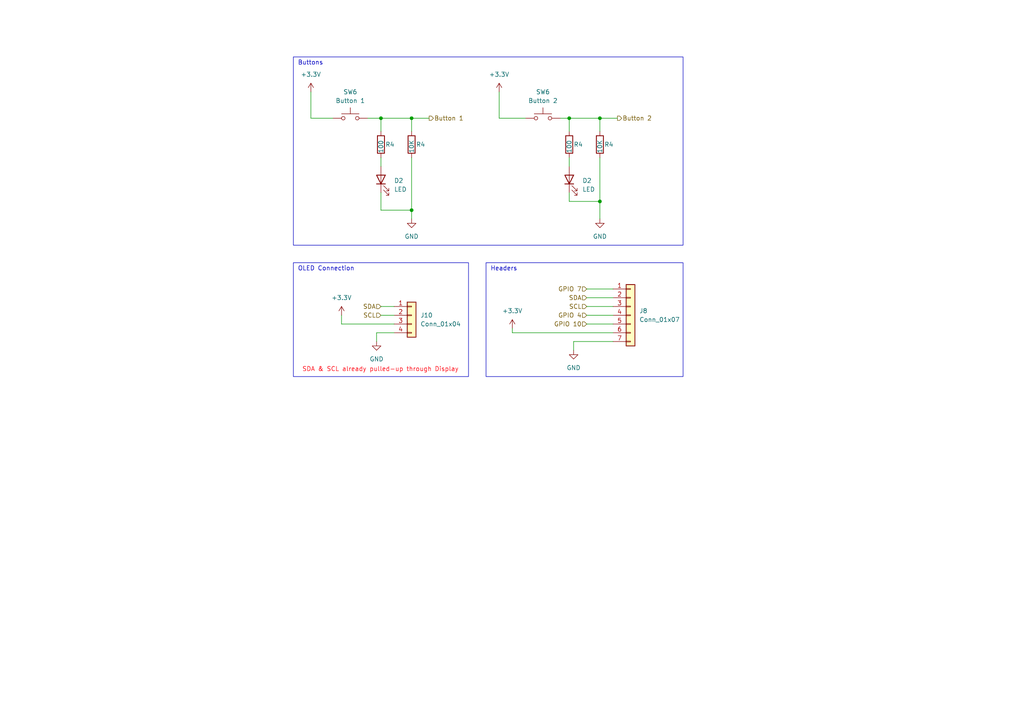
<source format=kicad_sch>
(kicad_sch (version 20230121) (generator eeschema)
  (paper "A4")
  (lib_symbols
    (symbol "Connector_Generic:Conn_01x04" (pin_names (offset 1.016) hide)
      (property "Reference" "J" (at 0 5.08 0))
      (property "Value" "Conn_01x04" (at 0 -7.62 0))
      (symbol "Conn_01x04_1_1"
        (rectangle (start -1.27 -4.953) (end 0 -5.207) (stroke (width 0.1524)))
        (rectangle (start -1.27 -2.413) (end 0 -2.667) (stroke (width 0.1524)))
        (rectangle (start -1.27 0.127) (end 0 -0.127) (stroke (width 0.1524)))
        (rectangle (start -1.27 2.667) (end 0 2.413) (stroke (width 0.1524)))
        (rectangle (start -1.27 3.81) (end 1.27 -6.35) (stroke (width 0.254)) (fill (type background)))
        (pin passive line (at -5.08 2.54 0) (length 3.81) (name "Pin_1") (number "1"))
        (pin passive line (at -5.08 0 0) (length 3.81) (name "Pin_2") (number "2"))
        (pin passive line (at -5.08 -2.54 0) (length 3.81) (name "Pin_3") (number "3"))
        (pin passive line (at -5.08 -5.08 0) (length 3.81) (name "Pin_4") (number "4"))
      )
    )
    (symbol "Connector_Generic:Conn_01x07" (pin_names (offset 1.016) hide)
      (property "Reference" "J" (at 0 10.16 0))
      (property "Value" "Conn_01x07" (at 0 -10.16 0))
      (symbol "Conn_01x07_1_1"
        (rectangle (start -1.27 -7.493) (end 0 -7.747) (stroke (width 0.1524)))
        (rectangle (start -1.27 -4.953) (end 0 -5.207) (stroke (width 0.1524)))
        (rectangle (start -1.27 -2.413) (end 0 -2.667) (stroke (width 0.1524)))
        (rectangle (start -1.27 0.127) (end 0 -0.127) (stroke (width 0.1524)))
        (rectangle (start -1.27 2.667) (end 0 2.413) (stroke (width 0.1524)))
        (rectangle (start -1.27 5.207) (end 0 4.953) (stroke (width 0.1524)))
        (rectangle (start -1.27 7.747) (end 0 7.493) (stroke (width 0.1524)))
        (rectangle (start -1.27 8.89) (end 1.27 -8.89) (stroke (width 0.254)) (fill (type background)))
        (pin passive line (at -5.08 7.62 0) (length 3.81) (name "Pin_1") (number "1"))
        (pin passive line (at -5.08 5.08 0) (length 3.81) (name "Pin_2") (number "2"))
        (pin passive line (at -5.08 2.54 0) (length 3.81) (name "Pin_3") (number "3"))
        (pin passive line (at -5.08 0 0) (length 3.81) (name "Pin_4") (number "4"))
        (pin passive line (at -5.08 -2.54 0) (length 3.81) (name "Pin_5") (number "5"))
        (pin passive line (at -5.08 -5.08 0) (length 3.81) (name "Pin_6") (number "6"))
        (pin passive line (at -5.08 -7.62 0) (length 3.81) (name "Pin_7") (number "7"))
      )
    )
    (symbol "Device:LED" (pin_numbers hide) (pin_names (offset 1.016) hide)
      (property "Reference" "D" (at 0 2.54 0))
      (property "Value" "LED" (at 0 -2.54 0))
      (symbol "LED_0_1"
        (polyline (pts (xy -1.27 -1.27) (xy -1.27 1.27)) (stroke (width 0.254)))
        (polyline (pts (xy -1.27 0) (xy 1.27 0)))
        (polyline (pts (xy 1.27 -1.27) (xy 1.27 1.27) (xy -1.27 0) (xy 1.27 -1.27)) (stroke (width 0.254)))
        (polyline (pts (xy -3.048 -0.762) (xy -4.572 -2.286) (xy -3.81 -2.286) (xy -4.572 -2.286) (xy -4.572 -1.524)))
        (polyline (pts (xy -1.778 -0.762) (xy -3.302 -2.286) (xy -2.54 -2.286) (xy -3.302 -2.286) (xy -3.302 -1.524)))
      )
      (symbol "LED_1_1"
        (pin passive line (at -3.81 0 0) (length 2.54) (name "K") (number "1"))
        (pin passive line (at 3.81 0 180) (length 2.54) (name "A") (number "2"))
      )
    )
    (symbol "Device:R" (pin_numbers hide) (pin_names (offset 0))
      (property "Reference" "R" (at 2.032 0 90))
      (property "Value" "R" (at 0 0 90))
      (symbol "R_0_1"
        (rectangle (start -1.016 -2.54) (end 1.016 2.54) (stroke (width 0.254)))
      )
      (symbol "R_1_1"
        (pin passive line (at 0 3.81 270) (length 1.27) (name "~") (number "1"))
        (pin passive line (at 0 -3.81 90) (length 1.27) (name "~") (number "2"))
      )
    )
    (symbol "SW_Push_1" (pin_numbers hide) (pin_names (offset 1.016) hide)
      (property "Reference" "SW6" (at 0 7.62 0))
      (property "Value" "A" (at 0 5.08 0))
      (symbol "SW_Push_1_0_1"
        (circle (center -2.032 0) (radius 0.508))
        (polyline (pts (xy 0 1.27) (xy 0 3.048)))
        (polyline (pts (xy 2.54 1.27) (xy -2.54 1.27)))
        (circle (center 2.032 0) (radius 0.508))
        (pin passive line (at -5.08 0 0) (length 2.54) (name "1") (number "1"))
        (pin passive line (at 5.08 0 180) (length 2.54) (name "2") (number "2"))
      )
    )
    (symbol "power:+3.3V" (power) (pin_names (offset 0))
      (property "Value" "+3.3V" (at 0 3.556 0))
      (symbol "+3.3V_0_1"
        (polyline (pts (xy -0.762 1.27) (xy 0 2.54)))
        (polyline (pts (xy 0 0) (xy 0 2.54)))
        (polyline (pts (xy 0 2.54) (xy 0.762 1.27)))
      )
      (symbol "+3.3V_1_1"
        (pin power_in line (at 0 0 90) (length 0) hide (name "+3.3V") (number "1"))
      )
    )
    (symbol "power:GND" (power) (pin_names (offset 0))
      (property "Value" "GND" (at 0 -3.81 0))
      (symbol "GND_0_1"
        (polyline (pts (xy 0 0) (xy 0 -1.27) (xy 1.27 -1.27) (xy 0 -2.54) (xy -1.27 -1.27) (xy 0 -1.27)))
      )
      (symbol "GND_1_1"
        (pin power_in line (at 0 0 270) (length 0) hide (name "GND") (number "1"))
      )
    )
  )
  (junction (at 165.1 34.29))
  (junction (at 119.38 60.96))
  (junction (at 173.99 58.42))
  (junction (at 119.38 34.29))
  (junction (at 173.99 34.29))
  (junction (at 110.49 34.29))
  (wire (pts (xy 90.17 26.67) (xy 90.17 34.29)))
  (wire (pts (xy 165.1 34.29) (xy 173.99 34.29)))
  (wire (pts (xy 110.49 60.96) (xy 119.38 60.96)))
  (wire (pts (xy 162.56 34.29) (xy 165.1 34.29)))
  (wire (pts (xy 173.99 58.42) (xy 173.99 63.5)))
  (wire (pts (xy 170.18 91.44) (xy 177.8 91.44)))
  (wire (pts (xy 119.38 45.72) (xy 119.38 60.96)))
  (wire (pts (xy 106.68 34.29) (xy 110.49 34.29)))
  (wire (pts (xy 99.06 91.44) (xy 99.06 93.98)))
  (wire (pts (xy 114.3 96.52) (xy 109.22 96.52)))
  (wire (pts (xy 165.1 45.72) (xy 165.1 48.26)))
  (wire (pts (xy 119.38 60.96) (xy 119.38 63.5)))
  (wire (pts (xy 144.78 26.67) (xy 144.78 34.29)))
  (wire (pts (xy 170.18 83.82) (xy 177.8 83.82)))
  (wire (pts (xy 170.18 86.36) (xy 177.8 86.36)))
  (wire (pts (xy 148.59 96.52) (xy 148.59 95.25)))
  (wire (pts (xy 173.99 34.29) (xy 173.99 38.1)))
  (wire (pts (xy 110.49 34.29) (xy 110.49 38.1)))
  (wire (pts (xy 109.22 96.52) (xy 109.22 99.06)))
  (wire (pts (xy 90.17 34.29) (xy 96.52 34.29)))
  (wire (pts (xy 99.06 93.98) (xy 114.3 93.98)))
  (wire (pts (xy 166.37 101.6) (xy 166.37 99.06)))
  (wire (pts (xy 170.18 93.98) (xy 177.8 93.98)))
  (wire (pts (xy 173.99 34.29) (xy 179.07 34.29)))
  (wire (pts (xy 119.38 34.29) (xy 119.38 38.1)))
  (wire (pts (xy 165.1 58.42) (xy 173.99 58.42)))
  (wire (pts (xy 110.49 34.29) (xy 119.38 34.29)))
  (wire (pts (xy 110.49 88.9) (xy 114.3 88.9)))
  (wire (pts (xy 173.99 45.72) (xy 173.99 58.42)))
  (wire (pts (xy 110.49 55.88) (xy 110.49 60.96)))
  (wire (pts (xy 110.49 91.44) (xy 114.3 91.44)))
  (wire (pts (xy 165.1 55.88) (xy 165.1 58.42)))
  (wire (pts (xy 119.38 34.29) (xy 124.46 34.29)))
  (wire (pts (xy 166.37 99.06) (xy 177.8 99.06)))
  (wire (pts (xy 144.78 34.29) (xy 152.4 34.29)))
  (wire (pts (xy 110.49 45.72) (xy 110.49 48.26)))
  (wire (pts (xy 177.8 96.52) (xy 148.59 96.52)))
  (wire (pts (xy 165.1 34.29) (xy 165.1 38.1)))
  (wire (pts (xy 170.18 88.9) (xy 177.8 88.9)))
  (rectangle (start 140.97 76.2) (end 198.12 109.22))
  (rectangle (start 85.09 76.2) (end 135.89 109.22))
  (rectangle (start 85.09 16.51) (end 198.12 71.12))
  (text "Buttons" (at 86.36 19.05 0) (effects (font (size 1.27 1.27)) (justify left bottom)))
  (text "SDA & SCL already pulled-up through Display" (at 87.63 107.95 0) (effects (font (size 1.27 1.27)) (justify left bottom)))
  (text "Headers" (at 142.24 78.74 0) (effects (font (size 1.27 1.27)) (justify left bottom)))
  (text "OLED Connection" (at 86.36 78.74 0) (effects (font (size 1.27 1.27)) (justify left bottom)))
  (hierarchical_label "SDA" (shape input) (at 110.49 88.9 180))
  (hierarchical_label "Button 1" (shape output) (at 124.46 34.29 0))
  (hierarchical_label "GPIO 10" (shape input) (at 170.18 93.98 180))
  (hierarchical_label "SCL" (shape input) (at 170.18 88.9 180))
  (hierarchical_label "Button 2" (shape output) (at 179.07 34.29 0))
  (hierarchical_label "GPIO 7" (shape input) (at 170.18 83.82 180))
  (hierarchical_label "SDA" (shape input) (at 170.18 86.36 180))
  (hierarchical_label "GPIO 4" (shape input) (at 170.18 91.44 180))
  (hierarchical_label "SCL" (shape input) (at 110.49 91.44 180))
  (symbol (lib_id "Connector_Generic:Conn_01x04") (at 119.38 91.44 0) (unit 1)
    (property "Reference" "J10" (at 121.92 91.44 0) (effects (justify left)))
    (property "Value" "Conn_01x04" (at 121.92 93.98 0) (effects (justify left)))
    (property "Footprint" "Connector_PinHeader_2.54mm:PinHeader_1x04_P2.54mm_Vertical" (effects hide))
  )
  (symbol (lib_id "power:+3.3V") (at 90.17 26.67 0) (unit 1)
    (property "Reference" "#PWR021" (effects hide))
    (property "Value" "+3.3V" (at 90.17 21.59 0))
  )
  (symbol (lib_id "Device:R") (at 110.49 41.91 0) (unit 1)
    (property "Reference" "R4" (at 111.76 41.91 0) (effects (justify left)))
    (property "Value" "100" (at 110.49 44.45 90) (effects (justify left)))
    (property "Footprint" "Resistor_SMD:R_0402_1005Metric" (effects hide))
    (property "LCSC" "C25076" (effects hide))
    (instances (project "Business Card PCB Hot Plate" (path "" (reference "R4") (unit 1)) (path "" (reference "R9") (unit 1)) (path "" (reference "R15") (unit 1))))
  )
  (symbol (lib_id "power:GND") (at 166.37 101.6 0) (unit 1)
    (property "Reference" "#PWR045" (effects hide))
    (property "Value" "GND" (at 166.37 106.68 0))
  )
  (symbol (lib_id "Device:LED") (at 165.1 52.07 90) (unit 1)
    (property "Reference" "D2" (at 168.91 52.3875 90) (effects (justify right)))
    (property "Value" "LED" (at 168.91 54.9275 90) (effects (justify right)))
    (property "Footprint" "LED_SMD:LED_0805_2012Metric" (effects hide))
    (property "LCSC" "C2985984" (effects hide))
    (instances (project "Business Card PCB Hot Plate" (path "" (reference "D2") (unit 1)) (path "" (reference "D4") (unit 1))))
  )
  (symbol (lib_id "power:GND") (at 119.38 63.5 0) (unit 1)
    (property "Reference" "#PWR039" (effects hide))
    (property "Value" "GND" (at 119.38 68.58 0))
  )
  (symbol (lib_id "power:GND") (at 173.99 63.5 0) (unit 1)
    (property "Reference" "#PWR038" (effects hide))
    (property "Value" "GND" (at 173.99 68.58 0))
  )
  (symbol (lib_id "Device:LED") (at 110.49 52.07 90) (unit 1)
    (property "Reference" "D2" (at 114.3 52.3875 90) (effects (justify right)))
    (property "Value" "LED" (at 114.3 54.9275 90) (effects (justify right)))
    (property "Footprint" "LED_SMD:LED_0805_2012Metric" (effects hide))
    (property "LCSC" "C2985984" (effects hide))
    (instances (project "Business Card PCB Hot Plate" (path "" (reference "D2") (unit 1)) (path "" (reference "D5") (unit 1))))
  )
  (symbol (lib_id "Connector_Generic:Conn_01x07") (at 182.88 91.44 0) (unit 1)
    (property "Reference" "J8" (at 185.42 90.17 0) (effects (justify left)))
    (property "Value" "Conn_01x07" (at 185.42 92.71 0) (effects (justify left)))
    (property "Footprint" "Connector_PinSocket_2.54mm:PinSocket_1x07_P2.54mm_Vertical" (effects hide))
  )
  (symbol (lib_id "Device:R") (at 165.1 41.91 0) (unit 1)
    (property "Reference" "R4" (at 166.37 41.91 0) (effects (justify left)))
    (property "Value" "100" (at 165.1 44.45 90) (effects (justify left)))
    (property "Footprint" "Resistor_SMD:R_0402_1005Metric" (effects hide))
    (property "LCSC" "C25076" (effects hide))
    (instances (project "Business Card PCB Hot Plate" (path "" (reference "R4") (unit 1)) (path "" (reference "R9") (unit 1)) (path "" (reference "R12") (unit 1))))
  )
  (symbol (lib_name "SW_Push_1") (lib_id "Switch:SW_Push") (at 101.6 34.29 0) (unit 1) (in_bom no)
    (property "Reference" "SW6" (at 101.6 26.67 0))
    (property "Value" "Button 1" (at 101.6 29.21 0))
    (property "Footprint" "Button_Switch_SMD:SW_Push_SPST_NO_Alps_SKRK" (effects hide))
    (property "LCSC Part Number" "C455280" (effects hide))
    (property "LCSC" "C455280" (effects hide))
    (instances (project "Wii_remote" (path "" (reference "SW6") (unit 1)) (path "" (reference "SW1") (unit 1))) (project "Open Mote gen 2.1" (path "" (reference "SW1") (unit 1))) (project "Open Mote Gen 2.2" (path "" (reference "SW1") (unit 1))) (project "Business Card PCB Hot Plate" (path "" (reference "SW2") (unit 1)) (path "" (reference "SW4") (unit 1))) (project "Testbed for wii remote" (path "" (reference "SW1") (unit 1))))
  )
  (symbol (lib_id "power:+3.3V") (at 148.59 95.25 0) (unit 1)
    (property "Reference" "#PWR023" (effects hide))
    (property "Value" "+3.3V" (at 148.59 90.17 0))
  )
  (symbol (lib_id "power:+3.3V") (at 99.06 91.44 0) (unit 1)
    (property "Reference" "#PWR024" (effects hide))
    (property "Value" "+3.3V" (at 99.06 86.36 0))
  )
  (symbol (lib_id "Device:R") (at 119.38 41.91 0) (unit 1)
    (property "Reference" "R4" (at 120.65 41.91 0) (effects (justify left)))
    (property "Value" "10K" (at 119.38 44.45 90) (effects (justify left)))
    (property "Footprint" "Resistor_SMD:R_0402_1005Metric" (effects hide))
    (property "LCSC" "C25744" (effects hide))
    (instances (project "Business Card PCB Hot Plate" (path "" (reference "R4") (unit 1)) (path "" (reference "R14") (unit 1))))
  )
  (symbol (lib_id "power:+3.3V") (at 144.78 26.67 0) (unit 1)
    (property "Reference" "#PWR022" (effects hide))
    (property "Value" "+3.3V" (at 144.78 21.59 0))
  )
  (symbol (lib_name "SW_Push_1") (lib_id "Switch:SW_Push") (at 157.48 34.29 0) (unit 1) (in_bom no)
    (property "Reference" "SW6" (at 157.48 26.67 0))
    (property "Value" "Button 2" (at 157.48 29.21 0))
    (property "Footprint" "Button_Switch_SMD:SW_Push_SPST_NO_Alps_SKRK" (effects hide))
    (property "LCSC Part Number" "455280" (effects hide))
    (property "LCSC" "C455280" (effects hide))
    (instances (project "Wii_remote" (path "" (reference "SW6") (unit 1)) (path "" (reference "SW1") (unit 1))) (project "Open Mote gen 2.1" (path "" (reference "SW1") (unit 1))) (project "Open Mote Gen 2.2" (path "" (reference "SW1") (unit 1))) (project "Business Card PCB Hot Plate" (path "" (reference "SW2") (unit 1)) (path "" (reference "SW3") (unit 1))) (project "Testbed for wii remote" (path "" (reference "SW1") (unit 1))))
  )
  (symbol (lib_id "Device:R") (at 173.99 41.91 0) (unit 1)
    (property "Reference" "R4" (at 175.26 41.91 0) (effects (justify left)))
    (property "Value" "10K" (at 173.99 44.45 90) (effects (justify left)))
    (property "Footprint" "Resistor_SMD:R_0402_1005Metric" (effects hide))
    (property "LCSC" "C25744" (effects hide))
    (instances (project "Business Card PCB Hot Plate" (path "" (reference "R4") (unit 1)) (path "" (reference "R13") (unit 1))))
  )
  (symbol (lib_id "power:GND") (at 109.22 99.06 0) (unit 1)
    (property "Reference" "#PWR042" (effects hide))
    (property "Value" "GND" (at 109.22 104.14 0))
  )
)
</source>
